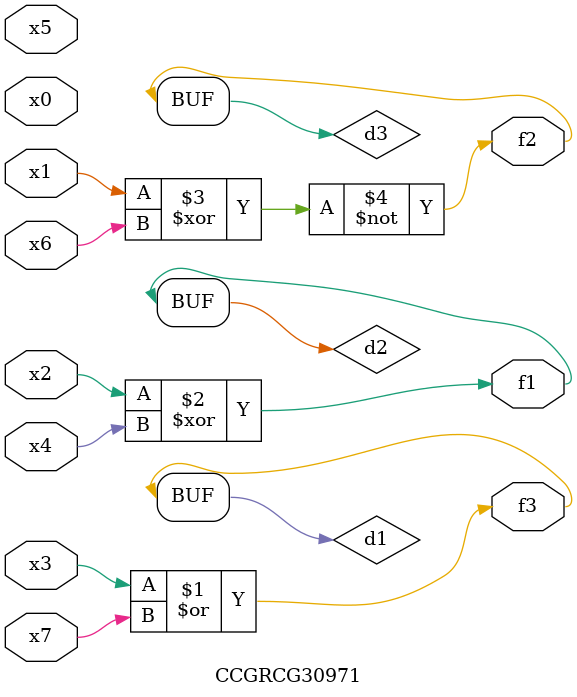
<source format=v>
module CCGRCG30971(
	input x0, x1, x2, x3, x4, x5, x6, x7,
	output f1, f2, f3
);

	wire d1, d2, d3;

	or (d1, x3, x7);
	xor (d2, x2, x4);
	xnor (d3, x1, x6);
	assign f1 = d2;
	assign f2 = d3;
	assign f3 = d1;
endmodule

</source>
